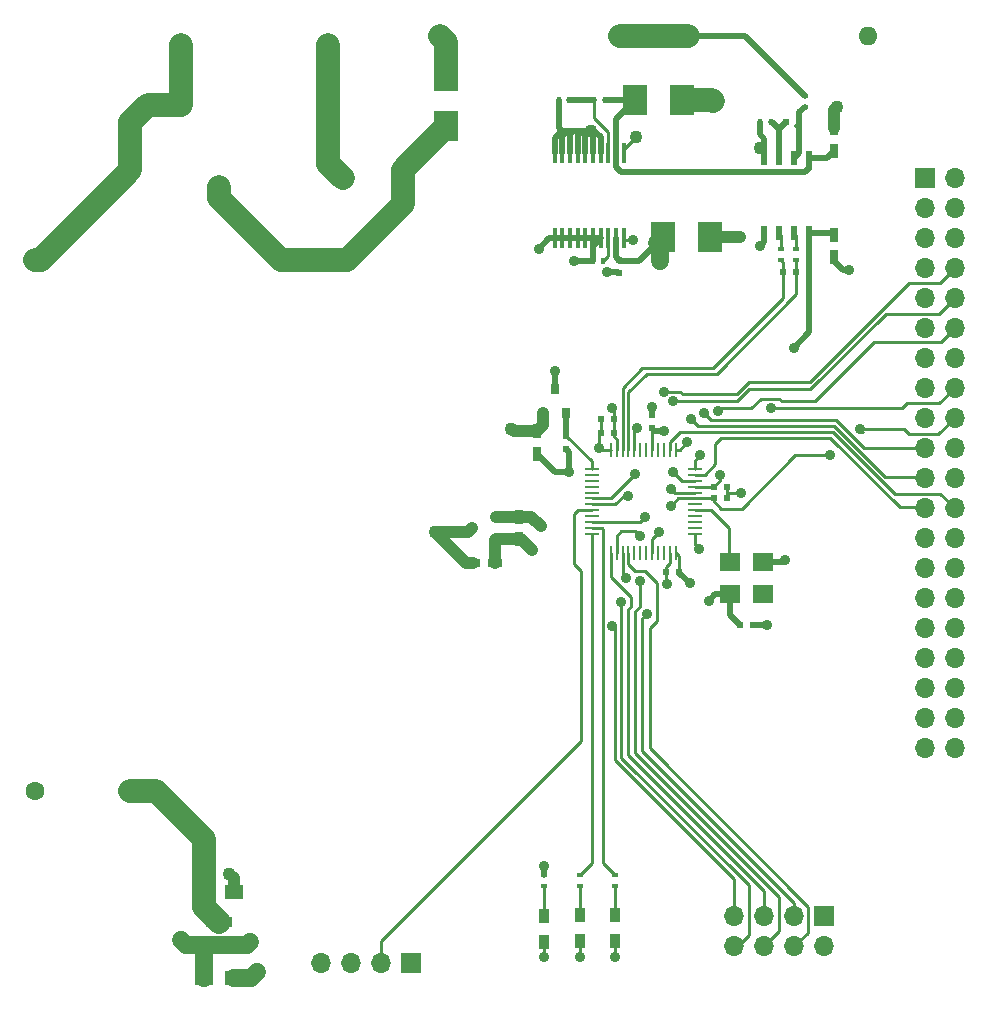
<source format=gbr>
G04 #@! TF.FileFunction,Copper,L1,Top,Signal*
%FSLAX46Y46*%
G04 Gerber Fmt 4.6, Leading zero omitted, Abs format (unit mm)*
G04 Created by KiCad (PCBNEW 4.0.7) date Fri May 11 12:16:42 2018*
%MOMM*%
%LPD*%
G01*
G04 APERTURE LIST*
%ADD10C,0.100000*%
%ADD11C,1.800000*%
%ADD12R,1.800000X1.540000*%
%ADD13R,0.450000X1.750000*%
%ADD14R,0.750000X1.200000*%
%ADD15R,0.600000X0.500000*%
%ADD16R,2.000000X2.500000*%
%ADD17R,1.500000X1.250000*%
%ADD18R,0.500000X0.600000*%
%ADD19R,0.900000X1.200000*%
%ADD20R,2.030000X2.650000*%
%ADD21C,1.000000*%
%ADD22C,1.400000*%
%ADD23R,1.700000X1.700000*%
%ADD24O,1.700000X1.700000*%
%ADD25R,2.300000X0.850000*%
%ADD26R,0.600000X0.400000*%
%ADD27R,0.400000X0.600000*%
%ADD28R,0.508000X1.143000*%
%ADD29R,0.800000X0.900000*%
%ADD30R,1.300000X0.250000*%
%ADD31R,0.250000X1.300000*%
%ADD32C,1.600000*%
%ADD33O,1.600000X1.600000*%
%ADD34R,1.200000X0.750000*%
%ADD35R,0.900000X0.800000*%
%ADD36C,1.100000*%
%ADD37C,0.900000*%
%ADD38C,0.500000*%
%ADD39C,2.000000*%
%ADD40C,1.000000*%
%ADD41C,0.254000*%
%ADD42C,1.500000*%
G04 APERTURE END LIST*
D10*
D11*
X115750000Y-89250000D03*
X108250000Y-87850000D03*
D12*
X161820000Y-123730000D03*
X161820000Y-121050000D03*
X159020000Y-121050000D03*
X159020000Y-123730000D03*
D13*
X144155000Y-93610000D03*
X144805000Y-93610000D03*
X145455000Y-93610000D03*
X146105000Y-93610000D03*
X146755000Y-93610000D03*
X147405000Y-93610000D03*
X148055000Y-93610000D03*
X148705000Y-93610000D03*
X149355000Y-93610000D03*
X150005000Y-93610000D03*
X150005000Y-86410000D03*
X149355000Y-86410000D03*
X148705000Y-86410000D03*
X148055000Y-86410000D03*
X147405000Y-86410000D03*
X146755000Y-86410000D03*
X146105000Y-86410000D03*
X145455000Y-86410000D03*
X144805000Y-86410000D03*
X144155000Y-86410000D03*
D14*
X167830000Y-86210000D03*
X167830000Y-84310000D03*
D15*
X164880000Y-83760000D03*
X163780000Y-83760000D03*
D16*
X150954000Y-81944000D03*
X154954000Y-81944000D03*
D17*
X114500000Y-149000000D03*
X117000000Y-149000000D03*
D14*
X167830000Y-93310000D03*
X167830000Y-95210000D03*
D18*
X149580000Y-95460000D03*
X149580000Y-96560000D03*
D17*
X114500000Y-156250000D03*
X117000000Y-156250000D03*
D15*
X164630000Y-96510000D03*
X163530000Y-96510000D03*
D16*
X153330000Y-93510000D03*
X157330000Y-93510000D03*
D14*
X142670000Y-109940000D03*
X142670000Y-111840000D03*
D18*
X145170000Y-110340000D03*
X145170000Y-111440000D03*
D15*
X159870000Y-126390000D03*
X160970000Y-126390000D03*
X154720000Y-121890000D03*
X153620000Y-121890000D03*
D18*
X152420000Y-109690000D03*
X152420000Y-108590000D03*
D15*
X157620000Y-114640000D03*
X158720000Y-114640000D03*
X148120000Y-108890000D03*
X149220000Y-108890000D03*
X148120000Y-110140000D03*
X149220000Y-110140000D03*
X157620000Y-115640000D03*
X158720000Y-115640000D03*
D19*
X143300000Y-153200000D03*
X143300000Y-151000000D03*
X149300000Y-153100000D03*
X149300000Y-150900000D03*
X146300000Y-153100000D03*
X146300000Y-150900000D03*
D20*
X135000000Y-79910000D03*
X135000000Y-84090000D03*
D21*
X131290000Y-88500000D03*
X126210000Y-88500000D03*
D22*
X125000000Y-82290000D03*
X125000000Y-77210000D03*
X112500000Y-82290000D03*
X112500000Y-77210000D03*
D23*
X132000000Y-155000000D03*
D24*
X129460000Y-155000000D03*
X126920000Y-155000000D03*
X124380000Y-155000000D03*
D25*
X115750000Y-151525000D03*
X115750000Y-153475000D03*
D26*
X165330000Y-82460000D03*
X165330000Y-81560000D03*
D27*
X162450000Y-83750000D03*
X161550000Y-83750000D03*
X148404000Y-81944000D03*
X147504000Y-81944000D03*
X145404000Y-81944000D03*
X144504000Y-81944000D03*
X148280000Y-95510000D03*
X147380000Y-95510000D03*
D26*
X164580000Y-95460000D03*
X164580000Y-94560000D03*
X163330000Y-95460000D03*
X163330000Y-94560000D03*
X143300000Y-148450000D03*
X143300000Y-147550000D03*
X149300000Y-148450000D03*
X149300000Y-147550000D03*
X146300000Y-148450000D03*
X146300000Y-147550000D03*
D28*
X165735000Y-93185000D03*
X164465000Y-93185000D03*
X163195000Y-93185000D03*
X161925000Y-93185000D03*
X161925000Y-86835000D03*
X163195000Y-86835000D03*
X164465000Y-86835000D03*
X165735000Y-86835000D03*
D29*
X143220000Y-108390000D03*
X145120000Y-108390000D03*
X144170000Y-106390000D03*
D30*
X156020000Y-118640000D03*
X156020000Y-118140000D03*
X156020000Y-117640000D03*
X156020000Y-117140000D03*
X156020000Y-116640000D03*
X156020000Y-116140000D03*
X156020000Y-115640000D03*
X156020000Y-115140000D03*
X156020000Y-114640000D03*
X156020000Y-114140000D03*
X156020000Y-113640000D03*
X156020000Y-113140000D03*
D31*
X154420000Y-111540000D03*
X153920000Y-111540000D03*
X153420000Y-111540000D03*
X152920000Y-111540000D03*
X152420000Y-111540000D03*
X151920000Y-111540000D03*
X151420000Y-111540000D03*
X150920000Y-111540000D03*
X150420000Y-111540000D03*
X149920000Y-111540000D03*
X149420000Y-111540000D03*
X148920000Y-111540000D03*
D30*
X147320000Y-113140000D03*
X147320000Y-113640000D03*
X147320000Y-114140000D03*
X147320000Y-114640000D03*
X147320000Y-115140000D03*
X147320000Y-115640000D03*
X147320000Y-116140000D03*
X147320000Y-116640000D03*
X147320000Y-117140000D03*
X147320000Y-117640000D03*
X147320000Y-118140000D03*
X147320000Y-118640000D03*
D31*
X148920000Y-120240000D03*
X149420000Y-120240000D03*
X149920000Y-120240000D03*
X150420000Y-120240000D03*
X150920000Y-120240000D03*
X151420000Y-120240000D03*
X151920000Y-120240000D03*
X152420000Y-120240000D03*
X152920000Y-120240000D03*
X153420000Y-120240000D03*
X153920000Y-120240000D03*
X154420000Y-120240000D03*
D32*
X155500000Y-76500000D03*
D33*
X170740000Y-76500000D03*
D32*
X134500000Y-76500000D03*
D33*
X149740000Y-76500000D03*
D34*
X137220000Y-121140000D03*
X139120000Y-121140000D03*
D14*
X141170000Y-117190000D03*
X141170000Y-119090000D03*
D35*
X139170000Y-119090000D03*
X139170000Y-117190000D03*
X137170000Y-118140000D03*
D23*
X167000000Y-151000000D03*
D24*
X167000000Y-153540000D03*
X164460000Y-151000000D03*
X164460000Y-153540000D03*
X161920000Y-151000000D03*
X161920000Y-153540000D03*
X159380000Y-151000000D03*
X159380000Y-153540000D03*
D23*
X175500000Y-88500000D03*
D24*
X178040000Y-88500000D03*
X175500000Y-91040000D03*
X178040000Y-91040000D03*
X175500000Y-93580000D03*
X178040000Y-93580000D03*
X175500000Y-96120000D03*
X178040000Y-96120000D03*
X175500000Y-98660000D03*
X178040000Y-98660000D03*
X175500000Y-101200000D03*
X178040000Y-101200000D03*
X175500000Y-103740000D03*
X178040000Y-103740000D03*
X175500000Y-106280000D03*
X178040000Y-106280000D03*
X175500000Y-108820000D03*
X178040000Y-108820000D03*
X175500000Y-111360000D03*
X178040000Y-111360000D03*
X175500000Y-113900000D03*
X178040000Y-113900000D03*
X175500000Y-116440000D03*
X178040000Y-116440000D03*
X175500000Y-118980000D03*
X178040000Y-118980000D03*
X175500000Y-121520000D03*
X178040000Y-121520000D03*
X175500000Y-124060000D03*
X178040000Y-124060000D03*
X175500000Y-126600000D03*
X178040000Y-126600000D03*
X175500000Y-129140000D03*
X178040000Y-129140000D03*
X175500000Y-131680000D03*
X178040000Y-131680000D03*
X175500000Y-134220000D03*
X178040000Y-134220000D03*
X175500000Y-136760000D03*
X178040000Y-136760000D03*
D32*
X108200000Y-140450000D03*
X100200000Y-140450000D03*
X121000000Y-95450000D03*
X100200000Y-95450000D03*
D36*
X161580000Y-86010000D03*
X168080000Y-82510000D03*
X147250000Y-84500000D03*
X157580000Y-82010000D03*
X151080000Y-85010000D03*
X119000000Y-155750000D03*
D37*
X142830000Y-94510000D03*
X145830000Y-95510000D03*
X148580000Y-96510000D03*
X150830000Y-93760000D03*
X169080000Y-96260000D03*
X161580000Y-94260000D03*
X159830000Y-93510000D03*
D36*
X116600000Y-147400000D03*
D37*
X149000000Y-108000000D03*
X154000000Y-114800000D03*
X142250000Y-120000000D03*
X163670000Y-120890000D03*
X162170000Y-126390000D03*
X143300000Y-154500000D03*
X149300000Y-154500000D03*
X146300000Y-154500000D03*
X145420000Y-113390000D03*
X152420000Y-107890000D03*
X144170000Y-104890000D03*
X159920000Y-115140000D03*
X153670000Y-122890000D03*
X157200000Y-124300000D03*
X164400000Y-102900000D03*
X155600000Y-122800000D03*
X143000000Y-118000000D03*
X156420000Y-119890000D03*
X153420000Y-109890000D03*
X147920000Y-111390000D03*
X158170000Y-113640000D03*
D36*
X112500000Y-153000000D03*
X118400000Y-153200000D03*
X140500000Y-109750000D03*
X134000000Y-118500000D03*
X153080000Y-95510000D03*
D37*
X143250000Y-146750000D03*
X150400000Y-115400000D03*
X153400000Y-106600000D03*
X152000000Y-125400000D03*
X151800000Y-117200000D03*
X151400000Y-118800000D03*
X151400000Y-122600000D03*
X149800000Y-124400000D03*
X150200000Y-122400000D03*
X151170000Y-109640000D03*
X149000000Y-126400000D03*
X154000000Y-116250000D03*
X170000000Y-109750000D03*
X167500000Y-112000000D03*
X153000000Y-118500000D03*
X162500000Y-108000000D03*
X154200000Y-113400000D03*
X158000000Y-108250000D03*
X156500000Y-112000000D03*
X156800000Y-108400000D03*
X155700000Y-108900000D03*
X155400000Y-110900000D03*
X154200000Y-107400000D03*
X151000000Y-113600000D03*
D38*
X149355000Y-86410000D02*
X149355000Y-87555000D01*
X165635000Y-87765000D02*
X165735000Y-87765000D01*
X165400000Y-88000000D02*
X165635000Y-87765000D01*
X149800000Y-88000000D02*
X165400000Y-88000000D01*
X149355000Y-87555000D02*
X149800000Y-88000000D01*
X165735000Y-87765000D02*
X165735000Y-86835000D01*
X149355000Y-86410000D02*
X149355000Y-83543000D01*
X149355000Y-83543000D02*
X150954000Y-81944000D01*
X148404000Y-81944000D02*
X150954000Y-81944000D01*
X165735000Y-86835000D02*
X167205000Y-86835000D01*
X167205000Y-86835000D02*
X167830000Y-86210000D01*
X161580000Y-86010000D02*
X161925000Y-86355000D01*
D39*
X108250000Y-87850000D02*
X108250000Y-83750000D01*
X109710000Y-82290000D02*
X112500000Y-82290000D01*
X108250000Y-83750000D02*
X109710000Y-82290000D01*
X100200000Y-95450000D02*
X100650000Y-95450000D01*
X100650000Y-95450000D02*
X108250000Y-87850000D01*
X112500000Y-77210000D02*
X112500000Y-82290000D01*
X108250000Y-87750000D02*
X108250000Y-87850000D01*
D40*
X167830000Y-84310000D02*
X167830000Y-82760000D01*
X167830000Y-82760000D02*
X168080000Y-82510000D01*
D38*
X144504000Y-81944000D02*
X144504000Y-84254000D01*
X144504000Y-84254000D02*
X144750000Y-84500000D01*
X161925000Y-86835000D02*
X161925000Y-85175000D01*
X161550000Y-84800000D02*
X161550000Y-83750000D01*
X161925000Y-85175000D02*
X161550000Y-84800000D01*
X148055000Y-86410000D02*
X148055000Y-85055000D01*
X148055000Y-85055000D02*
X147500000Y-84500000D01*
X147500000Y-84500000D02*
X147250000Y-84500000D01*
X144155000Y-86410000D02*
X144155000Y-85095000D01*
X144750000Y-84500000D02*
X145250000Y-84500000D01*
X144155000Y-85095000D02*
X144750000Y-84500000D01*
X144805000Y-86410000D02*
X144805000Y-84945000D01*
X145250000Y-84500000D02*
X145750000Y-84500000D01*
X144805000Y-84945000D02*
X145250000Y-84500000D01*
X145455000Y-86410000D02*
X145455000Y-84795000D01*
X145750000Y-84500000D02*
X147250000Y-84500000D01*
X145455000Y-84795000D02*
X145750000Y-84500000D01*
X146105000Y-86410000D02*
X146105000Y-84895000D01*
X146105000Y-84895000D02*
X146500000Y-84500000D01*
X146500000Y-84500000D02*
X147250000Y-84500000D01*
X146755000Y-86410000D02*
X146755000Y-84995000D01*
X146755000Y-84995000D02*
X147250000Y-84500000D01*
X147405000Y-86410000D02*
X147405000Y-84655000D01*
X147405000Y-84655000D02*
X147250000Y-84500000D01*
D41*
X147405000Y-84655000D02*
X147250000Y-84500000D01*
D39*
X157514000Y-81944000D02*
X157580000Y-82010000D01*
X157514000Y-81944000D02*
X154954000Y-81944000D01*
D41*
X151080000Y-85010000D02*
X150005000Y-86085000D01*
X150005000Y-86410000D02*
X150005000Y-86085000D01*
D38*
X161925000Y-86835000D02*
X161925000Y-86355000D01*
X164880000Y-83760000D02*
X164880000Y-82910000D01*
X164880000Y-82910000D02*
X165330000Y-82460000D01*
X164880000Y-83760000D02*
X164880000Y-86420000D01*
X164880000Y-86420000D02*
X164465000Y-86835000D01*
D41*
X164728000Y-83872000D02*
X164516000Y-84084000D01*
D38*
X162450000Y-83750000D02*
X162600000Y-83750000D01*
X162600000Y-83750000D02*
X163195000Y-84345000D01*
X163195000Y-86835000D02*
X163195000Y-84345000D01*
X163195000Y-84345000D02*
X163780000Y-83760000D01*
D39*
X108200000Y-140450000D02*
X110450000Y-140450000D01*
X110450000Y-140450000D02*
X114500000Y-144500000D01*
X114500000Y-149000000D02*
X114500000Y-150275000D01*
X114500000Y-150275000D02*
X115750000Y-151525000D01*
X114500000Y-144500000D02*
X114500000Y-149000000D01*
D42*
X117000000Y-156250000D02*
X118500000Y-156250000D01*
D40*
X118500000Y-156250000D02*
X119000000Y-155750000D01*
D42*
X118500000Y-156250000D02*
X119000000Y-155750000D01*
D38*
X144155000Y-93610000D02*
X143730000Y-93610000D01*
X143730000Y-93610000D02*
X142830000Y-94510000D01*
X147380000Y-95510000D02*
X145830000Y-95510000D01*
X149530000Y-96510000D02*
X148580000Y-96510000D01*
D41*
X150155000Y-93760000D02*
X150830000Y-93760000D01*
D38*
X167830000Y-95510000D02*
X168580000Y-96260000D01*
X168580000Y-96260000D02*
X169080000Y-96260000D01*
X161925000Y-93915000D02*
X161580000Y-94260000D01*
X161925000Y-93185000D02*
X161925000Y-93915000D01*
D40*
X157330000Y-93510000D02*
X159830000Y-93510000D01*
X117000000Y-149000000D02*
X117000000Y-147800000D01*
X117000000Y-147800000D02*
X116600000Y-147400000D01*
D41*
X149220000Y-108890000D02*
X149220000Y-108220000D01*
X149220000Y-108220000D02*
X149000000Y-108000000D01*
X156020000Y-115140000D02*
X154340000Y-115140000D01*
X154340000Y-115140000D02*
X154000000Y-114800000D01*
D40*
X141170000Y-119090000D02*
X141340000Y-119090000D01*
X141340000Y-119090000D02*
X142250000Y-120000000D01*
D38*
X161820000Y-121050000D02*
X163510000Y-121050000D01*
X163510000Y-121050000D02*
X163670000Y-120890000D01*
D40*
X139120000Y-121140000D02*
X139120000Y-119140000D01*
X139120000Y-119140000D02*
X139170000Y-119090000D01*
X139170000Y-119090000D02*
X141170000Y-119090000D01*
D38*
X160970000Y-126390000D02*
X162170000Y-126390000D01*
D41*
X143300000Y-153100000D02*
X143300000Y-154500000D01*
D38*
X145170000Y-111440000D02*
X145420000Y-111690000D01*
X145420000Y-111690000D02*
X145420000Y-113390000D01*
X142670000Y-111840000D02*
X144220000Y-113390000D01*
X144220000Y-113390000D02*
X145420000Y-113390000D01*
X149580000Y-96560000D02*
X149530000Y-96510000D01*
D41*
X150005000Y-93610000D02*
X150155000Y-93760000D01*
D38*
X148055000Y-93610000D02*
X147405000Y-93610000D01*
X144155000Y-93610000D02*
X144805000Y-93610000D01*
X144805000Y-93610000D02*
X145455000Y-93610000D01*
X145455000Y-93610000D02*
X146105000Y-93610000D01*
X146105000Y-93610000D02*
X146755000Y-93610000D01*
X146755000Y-93610000D02*
X147405000Y-93610000D01*
X147405000Y-93610000D02*
X144155000Y-93610000D01*
X152420000Y-108590000D02*
X152420000Y-107890000D01*
X144170000Y-106390000D02*
X144170000Y-104890000D01*
X167830000Y-95210000D02*
X167830000Y-95510000D01*
D41*
X149300000Y-153100000D02*
X149300000Y-154500000D01*
X146300000Y-153100000D02*
X146300000Y-154500000D01*
D38*
X148055000Y-93610000D02*
X147405000Y-94260000D01*
X147380000Y-95510000D02*
X147405000Y-95485000D01*
X147405000Y-95485000D02*
X147405000Y-93610000D01*
D41*
X149220000Y-110140000D02*
X149220000Y-110440000D01*
X149420000Y-110640000D02*
X149420000Y-111540000D01*
X149220000Y-110440000D02*
X149420000Y-110640000D01*
X149220000Y-108890000D02*
X149220000Y-110140000D01*
X153620000Y-121890000D02*
X153620000Y-122840000D01*
X153620000Y-122840000D02*
X153670000Y-122890000D01*
X153620000Y-121890000D02*
X153620000Y-121440000D01*
X153920000Y-121140000D02*
X153920000Y-120240000D01*
X153620000Y-121440000D02*
X153920000Y-121140000D01*
X158720000Y-115140000D02*
X159920000Y-115140000D01*
X158720000Y-114640000D02*
X158720000Y-115140000D01*
X158720000Y-115140000D02*
X158720000Y-115640000D01*
D38*
X157770000Y-123730000D02*
X157200000Y-124300000D01*
X159020000Y-123730000D02*
X157770000Y-123730000D01*
X159020000Y-123730000D02*
X159020000Y-125540000D01*
X159020000Y-125540000D02*
X159870000Y-126390000D01*
X165735000Y-93185000D02*
X165735000Y-101565000D01*
X165735000Y-101565000D02*
X164400000Y-102900000D01*
X154720000Y-121890000D02*
X154720000Y-121920000D01*
X154720000Y-121920000D02*
X155600000Y-122800000D01*
D40*
X141170000Y-117190000D02*
X142190000Y-117190000D01*
X142190000Y-117190000D02*
X143000000Y-118000000D01*
X139170000Y-117190000D02*
X141170000Y-117190000D01*
D41*
X156020000Y-118640000D02*
X156020000Y-119490000D01*
X156020000Y-119490000D02*
X156420000Y-119890000D01*
D38*
X152420000Y-109690000D02*
X152620000Y-109890000D01*
X152620000Y-109890000D02*
X153420000Y-109890000D01*
X165735000Y-93185000D02*
X167705000Y-93185000D01*
X158860000Y-123890000D02*
X159020000Y-123730000D01*
D41*
X158860000Y-123890000D02*
X159020000Y-123730000D01*
X148120000Y-108890000D02*
X148120000Y-110140000D01*
X147920000Y-110340000D02*
X147920000Y-111390000D01*
X148070000Y-111540000D02*
X147920000Y-111390000D01*
X148070000Y-111540000D02*
X148920000Y-111540000D01*
X147920000Y-110340000D02*
X148120000Y-110140000D01*
X154720000Y-121890000D02*
X154720000Y-120540000D01*
X154720000Y-120540000D02*
X154420000Y-120240000D01*
X157620000Y-114640000D02*
X158170000Y-114090000D01*
X158170000Y-114090000D02*
X158170000Y-113640000D01*
X156020000Y-114640000D02*
X157620000Y-114640000D01*
X152420000Y-109690000D02*
X152420000Y-111540000D01*
D42*
X115750000Y-153475000D02*
X112975000Y-153475000D01*
X112975000Y-153475000D02*
X112500000Y-153000000D01*
X115750000Y-153475000D02*
X118125000Y-153475000D01*
X118125000Y-153475000D02*
X118400000Y-153200000D01*
D40*
X118125000Y-153475000D02*
X118400000Y-153200000D01*
D42*
X115750000Y-153475000D02*
X115025000Y-153475000D01*
X115025000Y-153475000D02*
X114500000Y-154000000D01*
X114500000Y-154000000D02*
X114500000Y-156250000D01*
D40*
X140690000Y-109940000D02*
X142670000Y-109940000D01*
X140500000Y-109750000D02*
X140690000Y-109940000D01*
D42*
X153080000Y-95510000D02*
X153080000Y-93760000D01*
D38*
X143250000Y-147500000D02*
X143250000Y-146750000D01*
X143250000Y-147500000D02*
X143300000Y-147550000D01*
X143250000Y-147500000D02*
X143300000Y-147550000D01*
D40*
X134000000Y-118500000D02*
X136810000Y-118500000D01*
X136810000Y-118500000D02*
X137170000Y-118140000D01*
X134000000Y-118500000D02*
X136640000Y-121140000D01*
X136640000Y-121140000D02*
X137220000Y-121140000D01*
X137170000Y-121090000D02*
X137220000Y-121140000D01*
D42*
X153080000Y-93760000D02*
X153330000Y-93510000D01*
X152830000Y-94010000D02*
X153330000Y-93510000D01*
X152830000Y-94010000D02*
X153330000Y-93510000D01*
D38*
X149580000Y-95460000D02*
X149630000Y-95510000D01*
X149630000Y-95510000D02*
X151330000Y-95510000D01*
X151330000Y-95510000D02*
X153330000Y-93510000D01*
X149580000Y-95460000D02*
X149355000Y-95235000D01*
X149355000Y-95235000D02*
X149355000Y-93610000D01*
D40*
X142670000Y-109940000D02*
X143220000Y-109390000D01*
X143220000Y-109390000D02*
X143220000Y-108390000D01*
X115750000Y-153475000D02*
X115525000Y-153475000D01*
X115750000Y-153475000D02*
X115275000Y-153475000D01*
D41*
X152000000Y-105074740D02*
X157925260Y-105074740D01*
X164630000Y-98370000D02*
X164630000Y-96510000D01*
X157925260Y-105074740D02*
X164630000Y-98370000D01*
X150420000Y-106654740D02*
X150420000Y-111540000D01*
X152000000Y-105074740D02*
X150420000Y-106654740D01*
X164580000Y-95460000D02*
X164580000Y-96460000D01*
X164580000Y-96460000D02*
X164630000Y-96510000D01*
X163530000Y-96510000D02*
X163530000Y-95660000D01*
X163530000Y-95660000D02*
X163330000Y-95460000D01*
X149920000Y-111540000D02*
X149920000Y-106280000D01*
X163530000Y-98670000D02*
X163530000Y-96510000D01*
X157600000Y-104600000D02*
X163530000Y-98670000D01*
X151600000Y-104600000D02*
X157600000Y-104600000D01*
X149920000Y-106280000D02*
X151600000Y-104600000D01*
X145170000Y-110340000D02*
X147320000Y-112490000D01*
X147320000Y-112490000D02*
X147320000Y-113140000D01*
D38*
X145120000Y-108390000D02*
X145170000Y-108440000D01*
X145170000Y-108440000D02*
X145170000Y-110340000D01*
D41*
X143300000Y-148450000D02*
X143300000Y-151000000D01*
X149300000Y-148450000D02*
X149300000Y-150900000D01*
X146300000Y-148450000D02*
X146300000Y-150900000D01*
D39*
X135000000Y-79910000D02*
X135000000Y-77000000D01*
X135000000Y-77000000D02*
X134500000Y-76500000D01*
X131290000Y-88500000D02*
X131290000Y-87800000D01*
X131290000Y-87800000D02*
X135000000Y-84090000D01*
X121000000Y-95450000D02*
X126550000Y-95450000D01*
X131290000Y-90710000D02*
X131290000Y-88500000D01*
X126550000Y-95450000D02*
X131290000Y-90710000D01*
X115750000Y-89250000D02*
X115750000Y-90200000D01*
X115750000Y-90200000D02*
X121000000Y-95450000D01*
D42*
X131500000Y-88290000D02*
X131290000Y-88500000D01*
D39*
X125000000Y-82290000D02*
X125000000Y-87290000D01*
X125000000Y-87290000D02*
X126210000Y-88500000D01*
X125000000Y-77210000D02*
X125000000Y-82290000D01*
D41*
X164200000Y-105800000D02*
X165800000Y-105800000D01*
X176760000Y-97400000D02*
X178040000Y-96120000D01*
X174200000Y-97400000D02*
X176760000Y-97400000D01*
X165800000Y-105800000D02*
X174200000Y-97400000D01*
X147320000Y-116140000D02*
X149260000Y-116140000D01*
X150000000Y-115400000D02*
X150400000Y-115400000D01*
X149260000Y-116140000D02*
X150000000Y-115400000D01*
X155000000Y-106800000D02*
X154800000Y-106600000D01*
X159600000Y-106800000D02*
X155000000Y-106800000D01*
X160600000Y-105800000D02*
X159600000Y-106800000D01*
X161200000Y-105800000D02*
X160600000Y-105800000D01*
X154800000Y-106600000D02*
X153400000Y-106600000D01*
X164200000Y-105800000D02*
X161200000Y-105800000D01*
X147320000Y-117640000D02*
X151360000Y-117640000D01*
X164460000Y-149860000D02*
X164460000Y-151000000D01*
X151600000Y-137000000D02*
X164460000Y-149860000D01*
X151600000Y-125800000D02*
X151600000Y-137000000D01*
X152000000Y-125400000D02*
X151600000Y-125800000D01*
X151360000Y-117640000D02*
X151800000Y-117200000D01*
X150420000Y-120240000D02*
X150420000Y-121220000D01*
X165600000Y-152400000D02*
X164460000Y-153540000D01*
X165600000Y-150200000D02*
X165600000Y-152400000D01*
X152200000Y-136800000D02*
X165600000Y-150200000D01*
X152200000Y-126600000D02*
X152200000Y-136800000D01*
X152800000Y-126000000D02*
X152200000Y-126600000D01*
X152800000Y-122800000D02*
X152800000Y-126000000D01*
X151800000Y-121800000D02*
X152800000Y-122800000D01*
X151000000Y-121800000D02*
X151800000Y-121800000D01*
X150420000Y-121220000D02*
X151000000Y-121800000D01*
X150400000Y-125600000D02*
X150400000Y-125000000D01*
X150600000Y-124800000D02*
X150600000Y-124000000D01*
X150400000Y-125000000D02*
X150600000Y-124800000D01*
X148920000Y-120240000D02*
X148920000Y-122320000D01*
X148920000Y-122320000D02*
X150600000Y-124000000D01*
X148920000Y-120240000D02*
X148920000Y-121720000D01*
X150400000Y-125600000D02*
X150400000Y-125800000D01*
X150400000Y-125800000D02*
X150400000Y-137400000D01*
X150400000Y-137400000D02*
X161920000Y-148920000D01*
X161920000Y-148920000D02*
X161920000Y-151000000D01*
X148920000Y-120240000D02*
X148920000Y-121720000D01*
X151000000Y-125600000D02*
X151000000Y-125200000D01*
X151000000Y-125200000D02*
X151400000Y-124800000D01*
X151400000Y-124800000D02*
X151400000Y-122600000D01*
X149420000Y-120240000D02*
X149420000Y-118780000D01*
X151000000Y-118400000D02*
X151400000Y-118800000D01*
X149800000Y-118400000D02*
X151000000Y-118400000D01*
X149420000Y-118780000D02*
X149800000Y-118400000D01*
X163200000Y-152260000D02*
X161920000Y-153540000D01*
X163200000Y-149400000D02*
X163200000Y-152260000D01*
X151000000Y-137200000D02*
X163200000Y-149400000D01*
X151000000Y-125600000D02*
X151000000Y-137200000D01*
X149920000Y-120240000D02*
X149920000Y-122120000D01*
X160600000Y-152600000D02*
X159660000Y-153540000D01*
X160600000Y-152200000D02*
X160600000Y-152600000D01*
X160600000Y-151800000D02*
X160600000Y-152200000D01*
X160600000Y-148400000D02*
X160600000Y-151800000D01*
X160000000Y-147800000D02*
X160600000Y-148400000D01*
X149800000Y-137600000D02*
X160000000Y-147800000D01*
X149800000Y-127400000D02*
X149800000Y-137600000D01*
X149800000Y-124400000D02*
X149800000Y-127400000D01*
X149920000Y-122120000D02*
X150200000Y-122400000D01*
X159660000Y-153540000D02*
X159380000Y-153540000D01*
X129460000Y-154000000D02*
X129460000Y-153140000D01*
X146400000Y-136200000D02*
X146400000Y-133400000D01*
X129460000Y-153140000D02*
X146400000Y-136200000D01*
X145800000Y-121200000D02*
X145800000Y-117000000D01*
X146400000Y-121800000D02*
X145800000Y-121200000D01*
X146400000Y-133400000D02*
X146400000Y-121800000D01*
X129460000Y-155000000D02*
X129460000Y-154000000D01*
X146160000Y-116640000D02*
X147320000Y-116640000D01*
X145800000Y-117000000D02*
X146160000Y-116640000D01*
X148280000Y-95510000D02*
X148705000Y-95085000D01*
X148705000Y-95085000D02*
X148705000Y-93610000D01*
X148705000Y-86410000D02*
X148705000Y-84635000D01*
X147504000Y-83434000D02*
X147504000Y-81944000D01*
X148705000Y-84635000D02*
X147504000Y-83434000D01*
D38*
X147504000Y-81944000D02*
X145404000Y-81944000D01*
D39*
X149740000Y-76500000D02*
X155500000Y-76500000D01*
D38*
X155500000Y-76500000D02*
X160270000Y-76500000D01*
X160270000Y-76500000D02*
X165330000Y-81560000D01*
D41*
X164580000Y-94560000D02*
X164580000Y-93300000D01*
X164580000Y-93300000D02*
X164465000Y-93185000D01*
X163330000Y-94560000D02*
X163330000Y-93320000D01*
X163330000Y-93320000D02*
X163195000Y-93185000D01*
X147320000Y-118140000D02*
X148140000Y-118140000D01*
X148250000Y-146500000D02*
X149300000Y-147550000D01*
X148250000Y-118250000D02*
X148250000Y-146500000D01*
X148140000Y-118140000D02*
X148250000Y-118250000D01*
X147320000Y-118640000D02*
X147320000Y-146530000D01*
X147320000Y-146530000D02*
X146300000Y-147550000D01*
X147320000Y-118640000D02*
X147307370Y-118627370D01*
X156020000Y-116640000D02*
X157420000Y-116640000D01*
X157420000Y-116640000D02*
X158670000Y-117890000D01*
X158670000Y-117890000D02*
X158920000Y-118140000D01*
X158920000Y-118140000D02*
X158920000Y-120950000D01*
X158920000Y-120950000D02*
X159020000Y-121050000D01*
X158330000Y-121050000D02*
X159020000Y-121050000D01*
X150920000Y-111540000D02*
X150920000Y-110140000D01*
X150920000Y-109890000D02*
X151170000Y-109640000D01*
X150920000Y-110140000D02*
X150920000Y-109890000D01*
X159000000Y-116500000D02*
X160000000Y-116500000D01*
X164500000Y-112000000D02*
X167500000Y-112000000D01*
X160000000Y-116500000D02*
X164500000Y-112000000D01*
X170000000Y-109750000D02*
X173750000Y-109750000D01*
X176660000Y-110200000D02*
X178040000Y-108820000D01*
X174200000Y-110200000D02*
X176660000Y-110200000D01*
X173750000Y-109750000D02*
X174200000Y-110200000D01*
X149250000Y-127200000D02*
X149250000Y-126650000D01*
X149250000Y-126650000D02*
X149000000Y-126400000D01*
X156020000Y-115640000D02*
X154610000Y-115640000D01*
X154610000Y-115640000D02*
X154000000Y-116250000D01*
X149250000Y-127200000D02*
X149250000Y-137750000D01*
X149250000Y-137750000D02*
X159380000Y-147880000D01*
X159380000Y-147880000D02*
X159380000Y-151000000D01*
X157620000Y-115640000D02*
X157620000Y-115870000D01*
X157620000Y-115870000D02*
X158250000Y-116500000D01*
X170000000Y-109750000D02*
X170250000Y-110000000D01*
X158250000Y-116500000D02*
X159000000Y-116500000D01*
X156020000Y-115640000D02*
X157620000Y-115640000D01*
X162500000Y-108000000D02*
X173600000Y-108000000D01*
X152420000Y-119080000D02*
X153000000Y-118500000D01*
X152420000Y-120240000D02*
X152420000Y-119080000D01*
X176720000Y-107600000D02*
X178040000Y-106280000D01*
X174000000Y-107600000D02*
X176720000Y-107600000D01*
X173600000Y-108000000D02*
X174000000Y-107600000D01*
X156020000Y-114140000D02*
X154940000Y-114140000D01*
X154940000Y-114140000D02*
X154200000Y-113400000D01*
X166200000Y-107400000D02*
X171200000Y-102400000D01*
X171200000Y-102400000D02*
X176840000Y-102400000D01*
X176840000Y-102400000D02*
X178040000Y-101200000D01*
X161600000Y-107200000D02*
X160800000Y-108000000D01*
X163200000Y-107200000D02*
X161600000Y-107200000D01*
X163400000Y-107400000D02*
X163200000Y-107200000D01*
X163400000Y-107400000D02*
X166200000Y-107400000D01*
X158250000Y-108000000D02*
X160800000Y-108000000D01*
X158000000Y-108250000D02*
X158250000Y-108000000D01*
X173400000Y-116400000D02*
X175460000Y-116400000D01*
X175460000Y-116400000D02*
X175500000Y-116440000D01*
X156020000Y-113640000D02*
X156860000Y-113640000D01*
X167500000Y-110500000D02*
X173400000Y-116400000D01*
X158250000Y-110500000D02*
X167500000Y-110500000D01*
X157750000Y-111000000D02*
X158250000Y-110500000D01*
X157750000Y-112750000D02*
X157750000Y-111000000D01*
X156860000Y-113640000D02*
X157750000Y-112750000D01*
X156020000Y-113140000D02*
X156020000Y-112480000D01*
X168093598Y-109093598D02*
X170360000Y-111360000D01*
X156020000Y-112480000D02*
X156500000Y-112000000D01*
X170360000Y-111360000D02*
X175500000Y-111360000D01*
X168000000Y-109000000D02*
X168093598Y-109093598D01*
X157400000Y-109000000D02*
X168000000Y-109000000D01*
X156800000Y-108400000D02*
X157400000Y-109000000D01*
X154420000Y-111540000D02*
X154760000Y-111540000D01*
X167824740Y-109500000D02*
X172162370Y-113837630D01*
X172162370Y-113837630D02*
X175437630Y-113837630D01*
X156300000Y-109500000D02*
X167824740Y-109500000D01*
X155700000Y-108900000D02*
X156300000Y-109500000D01*
X154760000Y-111540000D02*
X155400000Y-110900000D01*
X175437630Y-113837630D02*
X175500000Y-113900000D01*
X172975000Y-115225000D02*
X176825000Y-115225000D01*
X176825000Y-115225000D02*
X178040000Y-116440000D01*
X153920000Y-111540000D02*
X153920000Y-110830000D01*
X167750000Y-110000000D02*
X172975000Y-115225000D01*
X154750000Y-110000000D02*
X167750000Y-110000000D01*
X153920000Y-110830000D02*
X154750000Y-110000000D01*
X165000000Y-106400000D02*
X165800000Y-106400000D01*
X176700000Y-100000000D02*
X178040000Y-98660000D01*
X172200000Y-100000000D02*
X176700000Y-100000000D01*
X165800000Y-106400000D02*
X172200000Y-100000000D01*
X147320000Y-115640000D02*
X148960000Y-115640000D01*
X148960000Y-115640000D02*
X151000000Y-113600000D01*
X159600000Y-107400000D02*
X154200000Y-107400000D01*
X160600000Y-106400000D02*
X159600000Y-107400000D01*
X165000000Y-106400000D02*
X160600000Y-106400000D01*
M02*

</source>
